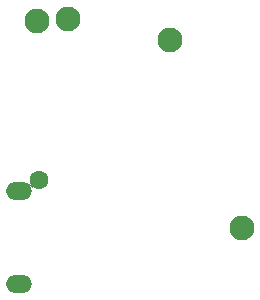
<source format=gbs>
G04 #@! TF.GenerationSoftware,KiCad,Pcbnew,(6.0.11)*
G04 #@! TF.CreationDate,2023-04-24T14:11:09-03:00*
G04 #@! TF.ProjectId,HappyFeet,48617070-7946-4656-9574-2e6b69636164,V0.7*
G04 #@! TF.SameCoordinates,Original*
G04 #@! TF.FileFunction,Soldermask,Bot*
G04 #@! TF.FilePolarity,Negative*
%FSLAX46Y46*%
G04 Gerber Fmt 4.6, Leading zero omitted, Abs format (unit mm)*
G04 Created by KiCad (PCBNEW (6.0.11)) date 2023-04-24 14:11:09*
%MOMM*%
%LPD*%
G01*
G04 APERTURE LIST*
%ADD10O,2.209800X1.498600*%
%ADD11C,2.101600*%
%ADD12C,1.601600*%
G04 APERTURE END LIST*
D10*
G04 #@! TO.C,J1*
X102468200Y-85720300D03*
X102468200Y-93619700D03*
G04 #@! TD*
D11*
G04 #@! TO.C,TP7*
X103970000Y-71331500D03*
G04 #@! TD*
G04 #@! TO.C,TP10*
X115270000Y-72951500D03*
G04 #@! TD*
G04 #@! TO.C,TP9*
X106612500Y-71209000D03*
G04 #@! TD*
G04 #@! TO.C,TP6*
X121317500Y-88879000D03*
G04 #@! TD*
D12*
G04 #@! TO.C,TP8*
X104105000Y-84831500D03*
G04 #@! TD*
G36*
X103336091Y-85034922D02*
G01*
X103379879Y-85166553D01*
X103472129Y-85318877D01*
X103595833Y-85446975D01*
X103615515Y-85459855D01*
X103616417Y-85461641D01*
X103615322Y-85463314D01*
X103613953Y-85463474D01*
X103582061Y-85455817D01*
X103550521Y-85475145D01*
X103543142Y-85505879D01*
X103541765Y-85507330D01*
X103539820Y-85506863D01*
X103539357Y-85506195D01*
X103472918Y-85350051D01*
X103370331Y-85210652D01*
X103266450Y-85122398D01*
X103265778Y-85120515D01*
X103267072Y-85118990D01*
X103268103Y-85118906D01*
X103305236Y-85125655D01*
X103335649Y-85104596D01*
X103342331Y-85067825D01*
X103341129Y-85063374D01*
X103332291Y-85036171D01*
X103332707Y-85034215D01*
X103334609Y-85033597D01*
X103336091Y-85034922D01*
G37*
M02*

</source>
